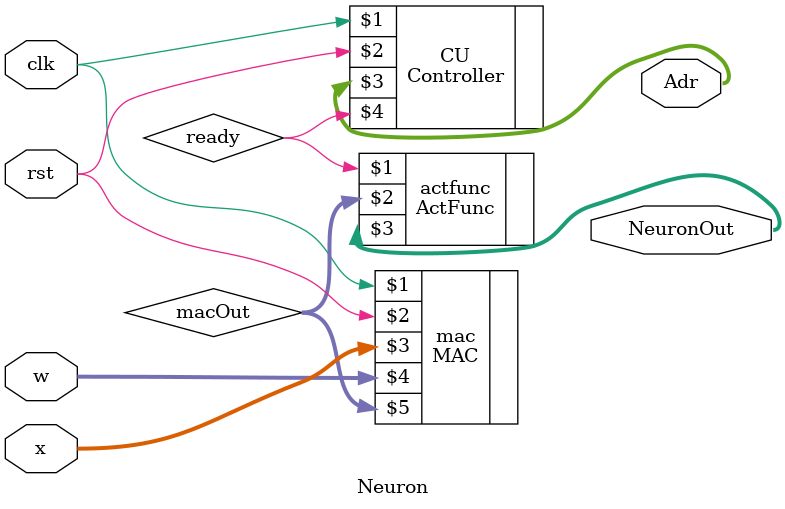
<source format=v>
module Neuron#(parameter N=1024)(clk, rst, x, w, Adr, NeuronOut);
  input clk, rst; /*rst*/
  input [7:0] x, w;
  output [31:0] Adr;
  output signed [N+7:0] NeuronOut;
  
  wire ready;
  wire [N+7:0] macOut;
  
  Controller #(N)CU(clk, rst, Adr, ready);
  MAC #(N)mac(clk,rst, x, w, macOut);
  ActFunc #(N)actfunc(ready, macOut, NeuronOut);
  
endmodule

</source>
